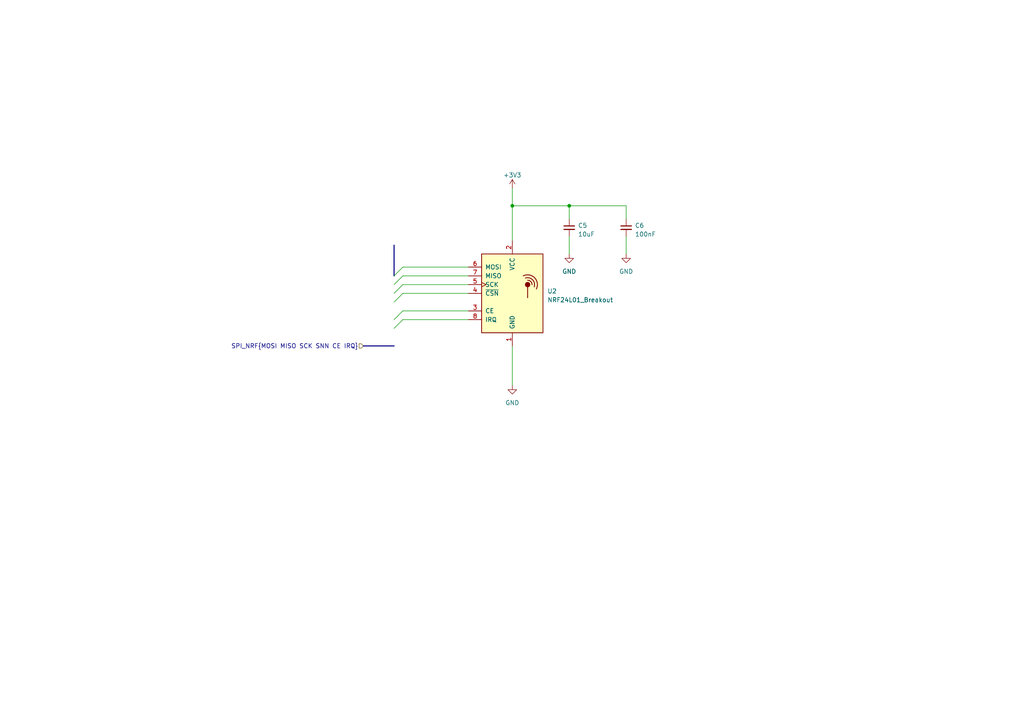
<source format=kicad_sch>
(kicad_sch (version 20210406) (generator eeschema)
  (paper "A4")
  (lib_symbols
    (symbol "Device:C_Small" (pin_numbers hide) (pin_names (offset 0.254) hide)
      (property "Reference" "C" (at 0.254 1.778 0))
      (property "Value" "C_Small" (at 0.254 -2.032 0))
      (symbol "C_Small_0_1"
        (polyline (pts (xy -1.524 -0.508) (xy 1.524 -0.508)) (stroke (width 0.3302)))
        (polyline (pts (xy -1.524 0.508) (xy 1.524 0.508)) (stroke (width 0.3048)))
      )
      (symbol "C_Small_1_1"
        (pin passive line (at 0 2.54 270) (length 2.032) (name "~") (number "1"))
        (pin passive line (at 0 -2.54 90) (length 2.032) (name "~") (number "2"))
      )
    )
    (symbol "RF:NRF24L01_Breakout" (pin_names (offset 1.016))
      (property "Reference" "U" (at -8.89 12.7 0))
      (property "Value" "NRF24L01_Breakout" (at 3.81 12.7 0))
      (symbol "NRF24L01_Breakout_0_1"
        (arc (start 3.175 5.08) (end 6.985 1.27) (radius (at 4.445 2.54) (length 2.8448) (angles 116.6 -26.6)) (stroke (width 0.254)))
        (arc (start 4.445 3.81) (end 5.715 2.54) (radius (at 4.445 2.5654) (length 1.2446) (angles 90 -1.1)) (stroke (width 0.254)))
        (arc (start 3.81 4.445) (end 6.35 1.905) (radius (at 4.445 2.5654) (length 1.9812) (angles 108.7 -19.1)) (stroke (width 0.254)))
        (circle (center 4.445 2.54) (radius 0.635) (stroke (width 0.254)) (fill (type outline)))
        (rectangle (start -8.89 11.43) (end 8.89 -11.43) (stroke (width 0.254)) (fill (type background)))
        (polyline (pts (xy 4.445 1.905) (xy 4.445 -1.27)) (stroke (width 0.254)))
      )
      (symbol "NRF24L01_Breakout_1_1"
        (pin power_in line (at 0 -15.24 90) (length 3.81) (name "GND") (number "1"))
        (pin power_in line (at 0 15.24 270) (length 3.81) (name "VCC") (number "2"))
        (pin input line (at -12.7 -5.08 0) (length 3.81) (name "CE") (number "3"))
        (pin input line (at -12.7 0 0) (length 3.81) (name "~CSN") (number "4"))
        (pin input clock (at -12.7 2.54 0) (length 3.81) (name "SCK") (number "5"))
        (pin input line (at -12.7 7.62 0) (length 3.81) (name "MOSI") (number "6"))
        (pin output line (at -12.7 5.08 0) (length 3.81) (name "MISO") (number "7"))
        (pin output line (at -12.7 -7.62 0) (length 3.81) (name "IRQ") (number "8"))
      )
    )
    (symbol "power:+3V3" (power) (pin_names (offset 0))
      (property "Value" "+3V3" (at 0 3.556 0))
      (symbol "+3V3_0_1"
        (polyline (pts (xy -0.762 1.27) (xy 0 2.54)))
        (polyline (pts (xy 0 0) (xy 0 2.54)))
        (polyline (pts (xy 0 2.54) (xy 0.762 1.27)))
      )
      (symbol "+3V3_1_1"
        (pin power_in line (at 0 0 90) (length 0) hide (name "+3V3") (number "1"))
      )
    )
    (symbol "power:GND" (power) (pin_names (offset 0))
      (property "Value" "GND" (at 0 -3.81 0))
      (symbol "GND_0_1"
        (polyline (pts (xy 0 0) (xy 0 -1.27) (xy 1.27 -1.27) (xy 0 -2.54) (xy -1.27 -1.27) (xy 0 -1.27)))
      )
      (symbol "GND_1_1"
        (pin power_in line (at 0 0 270) (length 0) hide (name "GND") (number "1"))
      )
    )
  )
  (junction (at 148.59 59.69) (diameter 0.9144))
  (junction (at 165.1 59.69) (diameter 0.9144))
  (bus_entry (at 114.3 80.01) (size 2.54 -2.54) (stroke (width 0.1524)))
  (bus_entry (at 114.3 82.55) (size 2.54 -2.54) (stroke (width 0.1524)))
  (bus_entry (at 114.3 85.09) (size 2.54 -2.54) (stroke (width 0.1524)))
  (bus_entry (at 114.3 87.63) (size 2.54 -2.54) (stroke (width 0.1524)))
  (bus_entry (at 114.3 92.71) (size 2.54 -2.54) (stroke (width 0.1524)))
  (bus_entry (at 114.3 95.25) (size 2.54 -2.54) (stroke (width 0.1524)))
  (wire (pts (xy 116.84 77.47) (xy 135.89 77.47)))
  (wire (pts (xy 116.84 80.01) (xy 135.89 80.01)))
  (wire (pts (xy 116.84 82.55) (xy 135.89 82.55)))
  (wire (pts (xy 116.84 85.09) (xy 135.89 85.09)))
  (wire (pts (xy 116.84 90.17) (xy 135.89 90.17)))
  (wire (pts (xy 116.84 92.71) (xy 135.89 92.71)))
  (wire (pts (xy 148.59 54.61) (xy 148.59 59.69)))
  (wire (pts (xy 148.59 59.69) (xy 148.59 69.85)))
  (wire (pts (xy 148.59 59.69) (xy 165.1 59.69)))
  (wire (pts (xy 148.59 100.33) (xy 148.59 111.76)))
  (wire (pts (xy 165.1 59.69) (xy 181.61 59.69)))
  (wire (pts (xy 165.1 63.5) (xy 165.1 59.69)))
  (wire (pts (xy 165.1 68.58) (xy 165.1 73.66)))
  (wire (pts (xy 181.61 59.69) (xy 181.61 63.5)))
  (wire (pts (xy 181.61 68.58) (xy 181.61 73.66)))
  (bus (pts (xy 105.41 100.33) (xy 114.3 100.33)))
  (bus (pts (xy 114.3 71.12) (xy 114.3 100.33)))
  (hierarchical_label "SPI_NRF{MOSI MISO SCK SNN CE IRQ}" (shape input) (at 105.41 100.33 180))
  (symbol (lib_id "power:+3V3") (at 148.59 54.61 0) (unit 1)
    (property "Reference" "#PWR0107" (effects hide))
    (property "Value" "+3V3" (at 148.59 50.8 0))
  )
  (symbol (lib_id "power:GND") (at 148.59 111.76 0) (unit 1)
    (property "Reference" "#PWR0110" (effects hide))
    (property "Value" "GND" (at 148.59 116.84 0))
  )
  (symbol (lib_id "power:GND") (at 165.1 73.66 0) (unit 1)
    (property "Reference" "#PWR0108" (effects hide))
    (property "Value" "GND" (at 165.1 78.74 0))
  )
  (symbol (lib_id "power:GND") (at 181.61 73.66 0) (unit 1)
    (property "Reference" "#PWR0109" (effects hide))
    (property "Value" "GND" (at 181.61 78.74 0))
  )
  (symbol (lib_id "Device:C_Small") (at 165.1 66.04 0) (unit 1)
    (property "Reference" "C5" (at 167.64 65.4049 0) (effects (justify left)))
    (property "Value" "10uF" (at 167.64 67.9449 0) (effects (justify left)))
    (property "Footprint" "vanalles:0603" (effects hide))
  )
  (symbol (lib_id "Device:C_Small") (at 181.61 66.04 0) (unit 1)
    (property "Reference" "C6" (at 184.15 65.4049 0) (effects (justify left)))
    (property "Value" "100nF" (at 184.15 67.9449 0) (effects (justify left)))
    (property "Footprint" "vanalles:0603" (effects hide))
  )
  (symbol (lib_id "RF:NRF24L01_Breakout") (at 148.59 85.09 0) (unit 1)
    (property "Reference" "U2" (at 158.75 84.4549 0) (effects (justify left)))
    (property "Value" "NRF24L01_Breakout" (at 158.75 86.9949 0) (effects (justify left)))
    (property "Footprint" "Module:nRF24L01_Breakout" (effects hide))
    (property "Datasheet" "http://www.nordicsemi.com/eng/content/download/2730/34105/file/nRF24L01_Product_Specification_v2_0.pdf" (effects hide))
  )
)
</source>
